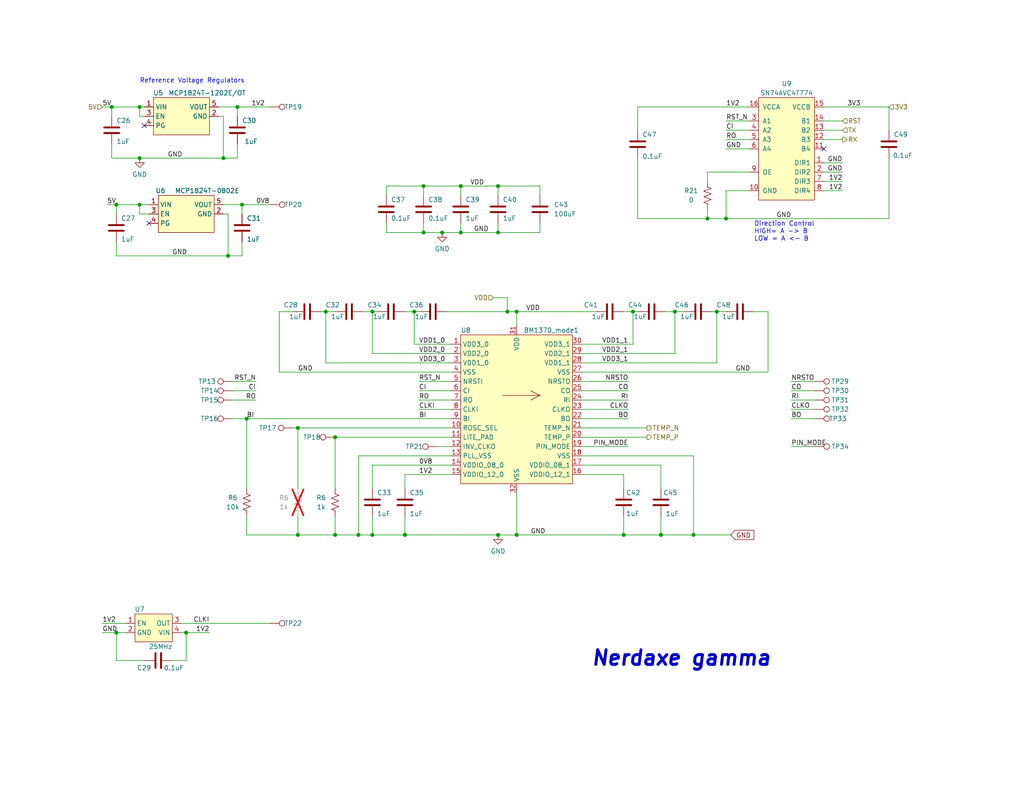
<source format=kicad_sch>
(kicad_sch (version 20231120) (generator "eeschema") (generator_version "8.0")
  (paper "A")
  (title_block (title "bitaxeGamma") (date "2024-08-16") (rev "600"))
  (lib_symbols
    (symbol "Connector:TestPoint" (pin_numbers hide) (pin_names (offset 0.762) hide)
      (property "Reference" "TP" (at 0 6.858 0))
      (property "Value" "TestPoint" (at 0 5.08 0))
      (symbol "TestPoint_0_1"
        (circle (center 0 3.302) (radius 0.762))
      )
      (symbol "TestPoint_1_1"
        (pin passive line (at 0 0 90) (length 2.54) (name "1") (number "1"))
      )
    )
    (symbol "Device:C" (pin_numbers hide) (pin_names (offset 0.254))
      (property "Reference" "C" (at 0.635 2.54 0))
      (property "Value" "C" (at 0.635 -2.54 0))
      (symbol "C_0_1"
        (polyline (pts (xy -2.032 -0.762) (xy 2.032 -0.762)) (stroke (width 0.508)))
        (polyline (pts (xy -2.032 0.762) (xy 2.032 0.762)) (stroke (width 0.508)))
      )
      (symbol "C_1_1"
        (pin passive line (at 0 3.81 270) (length 2.794) (name "~") (number "1"))
        (pin passive line (at 0 -3.81 90) (length 2.794) (name "~") (number "2"))
      )
    )
    (symbol "Device:R_US" (pin_numbers hide) (pin_names (offset 0))
      (property "Reference" "R" (at 2.54 0 90))
      (property "Value" "R_US" (at -2.54 0 90))
      (symbol "R_US_0_1"
        (polyline (pts (xy 0 -2.286) (xy 0 -2.54)))
        (polyline (pts (xy 0 2.286) (xy 0 2.54)))
        (polyline (pts (xy 0 -0.762) (xy 1.016 -1.143) (xy 0 -1.524) (xy -1.016 -1.905) (xy 0 -2.286)))
        (polyline (pts (xy 0 0.762) (xy 1.016 0.381) (xy 0 0) (xy -1.016 -0.381) (xy 0 -0.762)))
        (polyline (pts (xy 0 2.286) (xy 1.016 1.905) (xy 0 1.524) (xy -1.016 1.143) (xy 0 0.762)))
      )
      (symbol "R_US_1_1"
        (pin passive line (at 0 3.81 270) (length 1.27) (name "~") (number "1"))
        (pin passive line (at 0 -3.81 90) (length 1.27) (name "~") (number "2"))
      )
    )
    (symbol "MCP1824_1"
      (property "Reference" "U" (at -7.62 5.08 0))
      (property "Value" "MCP1824_1" (at 5.08 5.08 0))
      (symbol "MCP1824_1_0_1"
        (rectangle (start -7.62 3.81) (end 7.62 -6.35) (stroke (width 0.1524)) (fill (type background)))
      )
      (symbol "MCP1824_1_1_0"
        (pin bidirectional line (at -10.16 1.27 0) (length 2.54) (name "VIN") (number "1"))
        (pin bidirectional line (at 10.16 -1.27 180) (length 2.54) (name "GND") (number "2"))
        (pin bidirectional line (at -10.16 -1.27 0) (length 2.54) (name "EN") (number "3"))
        (pin bidirectional line (at -10.16 -3.81 0) (length 2.54) (name "PG") (number "4"))
        (pin bidirectional line (at 10.16 1.27 180) (length 2.54) (name "VOUT") (number "5"))
      )
    )
    (symbol "bitaxe:BM1370_mode1"
      (property "Reference" "U4" (at -15.24 21.59 0))
      (property "Value" "BM1370_mode1" (at 1.905 21.59 0))
      (symbol "BM1370_mode1_0_1"
        (rectangle (start -15.24 20.32) (end 15.24 -20.32) (fill (type background)))
        (polyline (pts (xy -3.81 3.81) (xy 6.35 3.81)))
        (polyline (pts (xy 3.81 2.54) (xy 6.35 3.81)))
        (polyline (pts (xy 3.81 5.08) (xy 6.35 3.81)))
      )
      (symbol "BM1370_mode1_1_1"
        (pin power_in line (at -17.78 17.78 0) (length 2.54) (name "VDD3_0") (number "1"))
        (pin unspecified line (at -17.78 -5.08 0) (length 2.54) (name "ROSC_SEL") (number "10"))
        (pin unspecified line (at -17.78 -7.62 0) (length 2.54) (name "LITE_PAD") (number "11"))
        (pin unspecified line (at -17.78 -10.16 0) (length 2.54) (name "INV_CLKO") (number "12"))
        (pin power_in line (at -17.78 -12.7 0) (length 2.54) (name "PLL_VSS") (number "13"))
        (pin power_in line (at -17.78 -15.24 0) (length 2.54) (name "VDDIO_08_0") (number "14"))
        (pin power_in line (at -17.78 -17.78 0) (length 2.54) (name "VDDIO_12_0") (number "15"))
        (pin power_in line (at 17.78 -17.78 180) (length 2.54) (name "VDDIO_12_1") (number "16"))
        (pin power_in line (at 17.78 -15.24 180) (length 2.54) (name "VDDIO_08_1") (number "17"))
        (pin power_in line (at 17.78 -12.7 180) (length 2.54) (name "VSS") (number "18"))
        (pin input line (at 17.78 -10.16 180) (length 2.54) (name "PIN_MODE") (number "19"))
        (pin power_in line (at -17.78 15.24 0) (length 2.54) (name "VDD2_0") (number "2"))
        (pin unspecified line (at 17.78 -7.62 180) (length 2.54) (name "TEMP_P") (number "20"))
        (pin unspecified line (at 17.78 -5.08 180) (length 2.54) (name "TEMP_N") (number "21"))
        (pin output line (at 17.78 -2.54 180) (length 2.54) (name "BO") (number "22"))
        (pin output line (at 17.78 0 180) (length 2.54) (name "CLKO") (number "23"))
        (pin input line (at 17.78 2.54 180) (length 2.54) (name "RI") (number "24"))
        (pin output line (at 17.78 5.08 180) (length 2.54) (name "CO") (number "25"))
        (pin output line (at 17.78 7.62 180) (length 2.54) (name "NRSTO") (number "26"))
        (pin power_in line (at 17.78 10.16 180) (length 2.54) (name "VSS") (number "27"))
        (pin power_in line (at 17.78 12.7 180) (length 2.54) (name "VDD1_1") (number "28"))
        (pin power_in line (at 17.78 15.24 180) (length 2.54) (name "VDD2_1") (number "29"))
        (pin power_in line (at -17.78 12.7 0) (length 2.54) (name "VDD1_0") (number "3"))
        (pin power_in line (at 17.78 17.78 180) (length 2.54) (name "VDD3_1") (number "30"))
        (pin power_in line (at 0 22.86 270) (length 2.54) (name "VDD") (number "31"))
        (pin power_in line (at 0 -22.86 90) (length 2.54) (name "VSS") (number "32"))
        (pin power_in line (at -17.78 10.16 0) (length 2.54) (name "VSS") (number "4"))
        (pin input line (at -17.78 7.62 0) (length 2.54) (name "NRSTI") (number "5"))
        (pin input line (at -17.78 5.08 0) (length 2.54) (name "CI") (number "6"))
        (pin output line (at -17.78 2.54 0) (length 2.54) (name "RO") (number "7"))
        (pin input line (at -17.78 0 0) (length 2.54) (name "CLKI") (number "8"))
        (pin input line (at -17.78 -2.54 0) (length 2.54) (name "BI") (number "9"))
      )
    )
    (symbol "bitaxe:MCP1824"
      (property "Reference" "U" (at -7.62 5.08 0))
      (property "Value" "MCP1824" (at 5.08 5.08 0))
      (symbol "MCP1824_0_1"
        (rectangle (start -7.62 3.81) (end 7.62 -6.35) (stroke (width 0.1524)) (fill (type background)))
      )
      (symbol "MCP1824_1_0"
        (pin bidirectional line (at -10.16 1.27 0) (length 2.54) (name "VIN") (number "1"))
        (pin bidirectional line (at 10.16 -1.27 180) (length 2.54) (name "GND") (number "2"))
        (pin bidirectional line (at -10.16 -1.27 0) (length 2.54) (name "EN") (number "3"))
        (pin bidirectional line (at -10.16 -3.81 0) (length 2.54) (name "PG") (number "4"))
        (pin bidirectional line (at 10.16 1.27 180) (length 2.54) (name "VOUT") (number "5"))
      )
    )
    (symbol "bitaxe:SN74AVC4T774" (pin_names (offset 1.016))
      (property "Reference" "U" (at -6.35 12.7 0))
      (property "Value" "SN74AVC4T774" (at -7.62 -19.05 0))
      (symbol "SN74AVC4T774_0_0"
        (rectangle (start -7.62 11.43) (end 7.62 -16.51) (stroke (width 0.1524)) (fill (type background)))
      )
      (symbol "SN74AVC4T774_1_0"
        (pin input line (at 10.16 -6.35 180) (length 2.54) (name "DIR1") (number "1"))
        (pin power_in line (at -10.16 -13.97 0) (length 2.54) (name "GND") (number "10"))
        (pin bidirectional line (at 10.16 -2.54 180) (length 2.54) (name "B4") (number "11"))
        (pin bidirectional line (at 10.16 0 180) (length 2.54) (name "B3") (number "12"))
        (pin bidirectional line (at 10.16 2.54 180) (length 2.54) (name "B2") (number "13"))
        (pin bidirectional line (at 10.16 5.08 180) (length 2.54) (name "B1") (number "14"))
        (pin power_in line (at 10.16 8.89 180) (length 2.54) (name "VCCB") (number "15"))
        (pin power_in line (at -10.16 8.89 0) (length 2.54) (name "VCCA") (number "16"))
        (pin input line (at 10.16 -8.89 180) (length 2.54) (name "DIR2") (number "2"))
        (pin bidirectional line (at -10.16 5.08 0) (length 2.54) (name "A1") (number "3"))
        (pin bidirectional line (at -10.16 2.54 0) (length 2.54) (name "A2") (number "4"))
        (pin bidirectional line (at -10.16 0 0) (length 2.54) (name "A3") (number "5"))
        (pin bidirectional line (at -10.16 -2.54 0) (length 2.54) (name "A4") (number "6"))
        (pin input line (at 10.16 -11.43 180) (length 2.54) (name "DIR3") (number "7"))
        (pin input line (at 10.16 -13.97 180) (length 2.54) (name "DIR4") (number "8"))
        (pin input line (at -10.16 -8.89 0) (length 2.54) (name "OE") (number "9"))
      )
    )
    (symbol "bitaxe:oscillator"
      (property "Reference" "U" (at -3.81 5.08 0))
      (property "Value" "oscillator" (at 0 -5.08 0))
      (symbol "oscillator_0_1"
        (rectangle (start -5.08 3.81) (end 5.08 -3.81) (stroke (width 0.1524)) (fill (type background)))
      )
      (symbol "oscillator_1_0"
        (pin bidirectional line (at -7.62 1.27 0) (length 2.54) (name "EN") (number "1"))
        (pin bidirectional line (at -7.62 -1.27 0) (length 2.54) (name "GND") (number "2"))
        (pin bidirectional line (at 7.62 1.27 180) (length 2.54) (name "OUT") (number "3"))
        (pin bidirectional line (at 7.62 -1.27 180) (length 2.54) (name "VIN") (number "4"))
      )
    )
    (symbol "power:GND" (power) (pin_names (offset 0))
      (property "Value" "GND" (at 0 -3.81 0))
      (symbol "GND_0_1"
        (polyline (pts (xy 0 0) (xy 0 -1.27) (xy 1.27 -1.27) (xy 0 -2.54) (xy -1.27 -1.27) (xy 0 -1.27)))
      )
      (symbol "GND_1_1"
        (pin power_in line (at 0 0 270) (length 0) hide (name "GND") (number "1"))
      )
    )
  )
  (junction (at 180.34 146.05))
  (junction (at 184.15 85.09))
  (junction (at 115.57 63.5) (diameter 0.9144))
  (junction (at 38.1 43.18))
  (junction (at 67.31 114.3))
  (junction (at 30.48 29.21) (diameter 0.9144))
  (junction (at 125.73 50.8) (diameter 0.9144))
  (junction (at 135.89 50.8))
  (junction (at 38.1 55.88))
  (junction (at 135.89 63.5))
  (junction (at 81.28 116.84))
  (junction (at 120.65 63.5))
  (junction (at 62.23 69.85) (diameter 0.9144))
  (junction (at 101.6 85.09))
  (junction (at 101.6 146.05))
  (junction (at 91.44 119.38))
  (junction (at 113.03 85.09))
  (junction (at 97.79 146.05))
  (junction (at 110.49 146.05))
  (junction (at 64.77 29.21) (diameter 0.9144))
  (junction (at 189.23 146.05))
  (junction (at 50.8 172.72))
  (junction (at 138.43 85.09))
  (junction (at 135.89 146.05))
  (junction (at 91.44 146.05))
  (junction (at 31.75 55.88) (diameter 0.9144))
  (junction (at 125.73 63.5) (diameter 0.9144))
  (junction (at 198.12 59.69))
  (junction (at 170.18 146.05))
  (junction (at 172.72 85.09))
  (junction (at 81.28 146.05))
  (junction (at 60.96 43.18) (diameter 0.9144))
  (junction (at 195.58 85.09))
  (junction (at 38.1 29.21))
  (junction (at 88.9 85.09))
  (junction (at 193.04 59.69))
  (junction (at 140.97 85.09))
  (junction (at 31.75 172.72))
  (junction (at 115.57 50.8) (diameter 0.9144))
  (junction (at 140.97 146.05))
  (junction (at 66.04 55.88) (diameter 0.9144))
  (no_connect (at 40.64 60.96))
  (no_connect (at 224.79 40.64))
  (no_connect (at 39.37 34.29))
  (wire (pts (xy 31.75 180.34) (xy 31.75 172.72)))
  (wire (pts (xy 180.34 146.05) (xy 189.23 146.05)))
  (wire (pts (xy 101.6 127) (xy 123.19 127)))
  (wire (pts (xy 105.41 60.96) (xy 105.41 63.5)))
  (wire (pts (xy 110.49 129.54) (xy 110.49 133.35)))
  (wire (pts (xy 242.57 29.21) (xy 242.57 35.56)))
  (wire (pts (xy 88.9 99.06) (xy 88.9 85.09)))
  (wire (pts (xy 198.12 59.69) (xy 242.57 59.69)))
  (wire (pts (xy 140.97 134.62) (xy 140.97 146.05)))
  (wire (pts (xy 134.62 81.28) (xy 138.43 81.28)))
  (wire (pts (xy 91.44 140.97) (xy 91.44 146.05)))
  (wire (pts (xy 215.9 114.3) (xy 222.25 114.3)))
  (wire (pts (xy 125.73 53.34) (xy 125.73 50.8)))
  (wire (pts (xy 115.57 63.5) (xy 105.41 63.5)))
  (wire (pts (xy 195.58 99.06) (xy 195.58 85.09)))
  (wire (pts (xy 198.12 52.07) (xy 198.12 59.69)))
  (wire (pts (xy 114.3 104.14) (xy 123.19 104.14)))
  (wire (pts (xy 110.49 85.09) (xy 113.03 85.09)))
  (wire (pts (xy 113.03 85.09) (xy 114.3 85.09)))
  (wire (pts (xy 158.75 121.92) (xy 171.45 121.92)))
  (wire (pts (xy 64.77 39.37) (xy 64.77 43.18)))
  (wire (pts (xy 158.75 124.46) (xy 189.23 124.46)))
  (wire (pts (xy 158.75 93.98) (xy 172.72 93.98)))
  (wire (pts (xy 81.28 146.05) (xy 91.44 146.05)))
  (wire (pts (xy 60.96 31.75) (xy 59.69 31.75)))
  (wire (pts (xy 31.75 55.88) (xy 38.1 55.88)))
  (wire (pts (xy 158.75 104.14) (xy 171.45 104.14)))
  (wire (pts (xy 88.9 85.09) (xy 91.44 85.09)))
  (wire (pts (xy 101.6 127) (xy 101.6 133.35)))
  (wire (pts (xy 76.2 101.6) (xy 76.2 85.09)))
  (wire (pts (xy 101.6 146.05) (xy 110.49 146.05)))
  (wire (pts (xy 162.56 85.09) (xy 140.97 85.09)))
  (wire (pts (xy 184.15 85.09) (xy 186.69 85.09)))
  (wire (pts (xy 46.99 180.34) (xy 50.8 180.34)))
  (wire (pts (xy 209.55 85.09) (xy 205.74 85.09)))
  (wire (pts (xy 115.57 53.34) (xy 115.57 50.8)))
  (wire (pts (xy 189.23 124.46) (xy 189.23 146.05)))
  (wire (pts (xy 99.06 85.09) (xy 101.6 85.09)))
  (wire (pts (xy 62.23 58.42) (xy 60.96 58.42)))
  (wire (pts (xy 135.89 60.96) (xy 135.89 63.5)))
  (wire (pts (xy 193.04 59.69) (xy 193.04 57.15)))
  (wire (pts (xy 242.57 43.18) (xy 242.57 59.69)))
  (wire (pts (xy 180.34 127) (xy 180.34 133.35)))
  (wire (pts (xy 64.77 43.18) (xy 60.96 43.18)))
  (wire (pts (xy 31.75 66.04) (xy 31.75 69.85)))
  (wire (pts (xy 158.75 109.22) (xy 171.45 109.22)))
  (wire (pts (xy 172.72 93.98) (xy 172.72 85.09)))
  (wire (pts (xy 50.8 172.72) (xy 57.15 172.72)))
  (wire (pts (xy 147.32 60.96) (xy 147.32 63.5)))
  (wire (pts (xy 158.75 96.52) (xy 184.15 96.52)))
  (wire (pts (xy 31.75 55.88) (xy 31.75 58.42)))
  (wire (pts (xy 67.31 140.97) (xy 67.31 146.05)))
  (wire (pts (xy 209.55 101.6) (xy 209.55 85.09)))
  (wire (pts (xy 62.23 69.85) (xy 31.75 69.85)))
  (wire (pts (xy 66.04 66.04) (xy 66.04 69.85)))
  (wire (pts (xy 224.79 35.56) (xy 229.87 35.56)))
  (wire (pts (xy 66.04 55.88) (xy 73.66 55.88)))
  (wire (pts (xy 215.9 106.68) (xy 222.25 106.68)))
  (wire (pts (xy 81.28 140.97) (xy 81.28 146.05)))
  (wire (pts (xy 50.8 180.34) (xy 50.8 172.72)))
  (wire (pts (xy 135.89 50.8) (xy 147.32 50.8)))
  (wire (pts (xy 113.03 93.98) (xy 123.19 93.98)))
  (wire (pts (xy 66.04 69.85) (xy 62.23 69.85)))
  (wire (pts (xy 67.31 114.3) (xy 123.19 114.3)))
  (wire (pts (xy 38.1 58.42) (xy 38.1 55.88)))
  (wire (pts (xy 114.3 106.68) (xy 123.19 106.68)))
  (wire (pts (xy 30.48 39.37) (xy 30.48 43.18)))
  (wire (pts (xy 38.1 29.21) (xy 39.37 29.21)))
  (wire (pts (xy 115.57 60.96) (xy 115.57 63.5)))
  (wire (pts (xy 121.92 85.09) (xy 138.43 85.09)))
  (wire (pts (xy 120.65 63.5) (xy 115.57 63.5)))
  (wire (pts (xy 62.23 58.42) (xy 62.23 69.85)))
  (wire (pts (xy 87.63 85.09) (xy 88.9 85.09)))
  (wire (pts (xy 91.44 119.38) (xy 91.44 133.35)))
  (wire (pts (xy 158.75 99.06) (xy 195.58 99.06)))
  (wire (pts (xy 123.19 101.6) (xy 76.2 101.6)))
  (wire (pts (xy 101.6 96.52) (xy 123.19 96.52)))
  (wire (pts (xy 81.28 116.84) (xy 123.19 116.84)))
  (wire (pts (xy 88.9 99.06) (xy 123.19 99.06)))
  (wire (pts (xy 138.43 81.28) (xy 138.43 85.09)))
  (wire (pts (xy 158.75 127) (xy 180.34 127)))
  (wire (pts (xy 38.1 31.75) (xy 39.37 31.75)))
  (wire (pts (xy 97.79 124.46) (xy 97.79 146.05)))
  (wire (pts (xy 215.9 121.92) (xy 222.25 121.92)))
  (wire (pts (xy 125.73 60.96) (xy 125.73 63.5)))
  (wire (pts (xy 224.79 38.1) (xy 229.87 38.1)))
  (wire (pts (xy 81.28 146.05) (xy 67.31 146.05)))
  (wire (pts (xy 181.61 85.09) (xy 184.15 85.09)))
  (wire (pts (xy 31.75 172.72) (xy 34.29 172.72)))
  (wire (pts (xy 193.04 46.99) (xy 193.04 49.53)))
  (wire (pts (xy 224.79 46.99) (xy 229.87 46.99)))
  (wire (pts (xy 158.75 129.54) (xy 170.18 129.54)))
  (wire (pts (xy 101.6 140.97) (xy 101.6 146.05)))
  (wire (pts (xy 158.75 114.3) (xy 171.45 114.3)))
  (wire (pts (xy 215.9 111.76) (xy 222.25 111.76)))
  (wire (pts (xy 224.79 29.21) (xy 242.57 29.21)))
  (wire (pts (xy 158.75 106.68) (xy 171.45 106.68)))
  (wire (pts (xy 38.1 55.88) (xy 40.64 55.88)))
  (wire (pts (xy 158.75 101.6) (xy 209.55 101.6)))
  (wire (pts (xy 198.12 35.56) (xy 204.47 35.56)))
  (wire (pts (xy 60.96 31.75) (xy 60.96 43.18)))
  (wire (pts (xy 110.49 129.54) (xy 123.19 129.54)))
  (wire (pts (xy 110.49 140.97) (xy 110.49 146.05)))
  (wire (pts (xy 204.47 46.99) (xy 193.04 46.99)))
  (wire (pts (xy 105.41 53.34) (xy 105.41 50.8)))
  (wire (pts (xy 60.96 55.88) (xy 66.04 55.88)))
  (wire (pts (xy 63.5 106.68) (xy 69.85 106.68)))
  (wire (pts (xy 170.18 140.97) (xy 170.18 146.05)))
  (wire (pts (xy 198.12 33.02) (xy 204.47 33.02)))
  (wire (pts (xy 195.58 85.09) (xy 198.12 85.09)))
  (wire (pts (xy 170.18 85.09) (xy 172.72 85.09)))
  (wire (pts (xy 30.48 29.21) (xy 38.1 29.21)))
  (wire (pts (xy 27.94 29.21) (xy 30.48 29.21)))
  (wire (pts (xy 224.79 44.45) (xy 229.87 44.45)))
  (wire (pts (xy 158.75 116.84) (xy 176.53 116.84)))
  (wire (pts (xy 30.48 29.21) (xy 30.48 31.75)))
  (wire (pts (xy 27.94 170.18) (xy 34.29 170.18)))
  (wire (pts (xy 125.73 63.5) (xy 120.65 63.5)))
  (wire (pts (xy 123.19 119.38) (xy 91.44 119.38)))
  (wire (pts (xy 38.1 58.42) (xy 40.64 58.42)))
  (wire (pts (xy 119.38 121.92) (xy 123.19 121.92)))
  (wire (pts (xy 173.99 43.18) (xy 173.99 59.69)))
  (wire (pts (xy 101.6 96.52) (xy 101.6 85.09)))
  (wire (pts (xy 173.99 29.21) (xy 204.47 29.21)))
  (wire (pts (xy 29.21 55.88) (xy 31.75 55.88)))
  (wire (pts (xy 224.79 33.02) (xy 229.87 33.02)))
  (wire (pts (xy 224.79 49.53) (xy 229.87 49.53)))
  (wire (pts (xy 101.6 85.09) (xy 102.87 85.09)))
  (wire (pts (xy 189.23 146.05) (xy 199.39 146.05)))
  (wire (pts (xy 115.57 50.8) (xy 125.73 50.8)))
  (wire (pts (xy 59.69 29.21) (xy 64.77 29.21)))
  (wire (pts (xy 173.99 59.69) (xy 193.04 59.69)))
  (wire (pts (xy 49.53 172.72) (xy 50.8 172.72)))
  (wire (pts (xy 76.2 85.09) (xy 80.01 85.09)))
  (wire (pts (xy 215.9 109.22) (xy 222.25 109.22)))
  (wire (pts (xy 170.18 129.54) (xy 170.18 133.35)))
  (wire (pts (xy 97.79 146.05) (xy 101.6 146.05)))
  (wire (pts (xy 198.12 38.1) (xy 204.47 38.1)))
  (wire (pts (xy 114.3 109.22) (xy 123.19 109.22)))
  (wire (pts (xy 194.31 85.09) (xy 195.58 85.09)))
  (wire (pts (xy 27.94 172.72) (xy 31.75 172.72)))
  (wire (pts (xy 158.75 119.38) (xy 176.53 119.38)))
  (wire (pts (xy 198.12 40.64) (xy 204.47 40.64)))
  (wire (pts (xy 64.77 29.21) (xy 64.77 31.75)))
  (wire (pts (xy 38.1 43.18) (xy 30.48 43.18)))
  (wire (pts (xy 135.89 53.34) (xy 135.89 50.8)))
  (wire (pts (xy 67.31 114.3) (xy 67.31 133.35)))
  (wire (pts (xy 170.18 146.05) (xy 180.34 146.05)))
  (wire (pts (xy 140.97 85.09) (xy 140.97 88.9)))
  (wire (pts (xy 113.03 85.09) (xy 113.03 93.98)))
  (wire (pts (xy 140.97 146.05) (xy 170.18 146.05)))
  (wire (pts (xy 198.12 59.69) (xy 193.04 59.69)))
  (wire (pts (xy 66.04 55.88) (xy 66.04 58.42)))
  (wire (pts (xy 147.32 53.34) (xy 147.32 50.8)))
  (wire (pts (xy 64.77 29.21) (xy 73.66 29.21)))
  (wire (pts (xy 110.49 146.05) (xy 135.89 146.05)))
  (wire (pts (xy 38.1 31.75) (xy 38.1 29.21)))
  (wire (pts (xy 114.3 111.76) (xy 123.19 111.76)))
  (wire (pts (xy 173.99 29.21) (xy 173.99 35.56)))
  (wire (pts (xy 224.79 52.07) (xy 229.87 52.07)))
  (wire (pts (xy 135.89 146.05) (xy 140.97 146.05)))
  (wire (pts (xy 123.19 124.46) (xy 97.79 124.46)))
  (wire (pts (xy 81.28 116.84) (xy 81.28 133.35)))
  (wire (pts (xy 125.73 50.8) (xy 135.89 50.8)))
  (wire (pts (xy 172.72 85.09) (xy 173.99 85.09)))
  (wire (pts (xy 215.9 104.14) (xy 222.25 104.14)))
  (wire (pts (xy 63.5 109.22) (xy 69.85 109.22)))
  (wire (pts (xy 91.44 146.05) (xy 97.79 146.05)))
  (wire (pts (xy 105.41 50.8) (xy 115.57 50.8)))
  (wire (pts (xy 39.37 180.34) (xy 31.75 180.34)))
  (wire (pts (xy 204.47 52.07) (xy 198.12 52.07)))
  (wire (pts (xy 184.15 96.52) (xy 184.15 85.09)))
  (wire (pts (xy 158.75 111.76) (xy 171.45 111.76)))
  (wire (pts (xy 135.89 63.5) (xy 125.73 63.5)))
  (wire (pts (xy 63.5 114.3) (xy 67.31 114.3)))
  (wire (pts (xy 49.53 170.18) (xy 73.66 170.18)))
  (wire (pts (xy 80.01 116.84) (xy 81.28 116.84)))
  (wire (pts (xy 63.5 104.14) (xy 69.85 104.14)))
  (wire (pts (xy 138.43 85.09) (xy 140.97 85.09)))
  (wire (pts (xy 180.34 140.97) (xy 180.34 146.05)))
  (wire (pts (xy 60.96 43.18) (xy 38.1 43.18)))
  (wire (pts (xy 135.89 63.5) (xy 147.32 63.5)))
  (text "Reference Voltage Regulators" (at 38.1 22.86 0) (effects (font (size 1.27 1.27)) (justify left bottom)))
  (text "Direction Control\nHIGH= A -> B\nLOW = A <- B" (at 205.74 66.04 0) (effects (font (size 1.27 1.27)) (justify left bottom)))
  (text "Nerdaxe gamma" (at 185.928 179.832 0) (effects (font (size 4 4) (thickness 0.8) (bold yes) (italic yes))))
  (label "GND" (at 45.72 43.18 0))
  (label "RST_N" (at 69.85 104.14 180))
  (label "GND" (at 229.87 46.99 180))
  (label "1V2" (at 114.3 129.54 0))
  (label "1V2" (at 68.58 29.21 0))
  (label "BI" (at 67.31 114.3 0))
  (label "GND" (at 27.94 172.72 0))
  (label "CLKO" (at 171.45 111.76 180))
  (label "RST_N" (at 114.3 104.14 0))
  (label "5V" (at 29.21 55.88 0))
  (label "RO" (at 114.3 109.22 0))
  (label "0V8" (at 69.85 55.88 0))
  (label "CO" (at 215.9 106.68 0))
  (label "GND" (at 144.78 146.05 0))
  (label "BO" (at 215.9 114.3 0))
  (label "GND" (at 198.12 40.64 0))
  (label "5V" (at 27.94 29.21 0))
  (label "CI" (at 198.12 35.56 0))
  (label "PIN_MODE" (at 215.9 121.92 0))
  (label "1V2" (at 229.87 49.53 180))
  (label "CI" (at 69.85 106.68 180))
  (label "1V2" (at 27.94 170.18 0))
  (label "RO" (at 198.12 38.1 0))
  (label "NRSTO" (at 215.9 104.14 0))
  (label "PIN_MODE" (at 171.45 121.92 180))
  (label "0V8" (at 114.3 127 0))
  (label "GND" (at 46.99 69.85 0))
  (label "VDD3_1" (at 171.45 99.06 180))
  (label "VDD2_1" (at 171.45 96.52 180))
  (label "RI" (at 215.9 109.22 0))
  (label "RST_N" (at 198.12 33.02 0))
  (label "CLKI" (at 114.3 111.76 0))
  (label "1V2" (at 198.12 29.21 0))
  (label "CO" (at 171.45 106.68 180))
  (label "VDD1_0" (at 114.3 93.98 0))
  (label "VDD3_0" (at 114.3 99.06 0))
  (label "CLKO" (at 215.9 111.76 0))
  (label "CLKI" (at 57.15 170.18 180))
  (label "3V3" (at 231.14 29.21 0))
  (label "RO" (at 69.85 109.22 180))
  (label "VDD1_1" (at 171.45 93.98 180))
  (label "GND" (at 81.28 101.6 0))
  (label "VDD" (at 143.51 85.09 0))
  (label "BO" (at 171.45 114.3 180))
  (label "GND" (at 215.9 59.69 180))
  (label "RI" (at 171.45 109.22 180))
  (label "1V2" (at 57.15 172.72 180))
  (label "VDD2_0" (at 114.3 96.52 0))
  (label "NRSTO" (at 171.45 104.14 180))
  (label "GND" (at 200.66 101.6 0))
  (label "GND" (at 133.35 63.5 180))
  (label "GND" (at 229.87 44.45 180))
  (label "CI" (at 114.3 106.68 0))
  (label "VDD" (at 128.27 50.8 0))
  (label "BI" (at 114.3 114.3 0))
  (label "1V2" (at 229.87 52.07 180))
  (global_label "GND" (shape input) (at 199.39 146.05 0) (property "Intersheetrefs" "${INTERSHEET_REFS}" (effects (hide yes))))
  (hierarchical_label "5V" (shape input) (at 27.94 29.21 180))
  (hierarchical_label "TEMP_N" (shape output) (at 176.53 116.84 0))
  (hierarchical_label "3V3" (shape input) (at 242.57 29.21 0))
  (hierarchical_label "TX" (shape input) (at 229.87 35.56 0))
  (hierarchical_label "RX" (shape output) (at 229.87 38.1 0))
  (hierarchical_label "VDD" (shape input) (at 134.62 81.28 180))
  (hierarchical_label "RST" (shape input) (at 229.87 33.02 0))
  (hierarchical_label "TEMP_P" (shape output) (at 176.53 119.38 0))
  (symbol (lib_id "Device:C") (at 64.77 35.56 0) (unit 1)
    (property "Reference" "C30" (at 66.04 33.655 0) (effects (justify left bottom)))
    (property "Value" "1uF" (at 66.675 39.37 0) (effects (justify left bottom)))
    (property "Footprint" "Capacitor_SMD:C_0402_1005Metric" (effects (hide yes)))
    (property "DK" "587-5514-1-ND" (effects (hide yes)))
    (property "PARTNO" "EMK105BJ105MV-F" (effects (hide yes)))
  )
  (symbol (lib_id "Device:C") (at 30.48 35.56 0) (unit 1)
    (property "Reference" "C26" (at 31.75 33.655 0) (effects (justify left bottom)))
    (property "Value" "1uF" (at 31.75 39.37 0) (effects (justify left bottom)))
    (property "Footprint" "Capacitor_SMD:C_0402_1005Metric" (effects (hide yes)))
    (property "DK" "587-5514-1-ND" (effects (hide yes)))
    (property "PARTNO" "EMK105BJ105MV-F" (effects (hide yes)))
  )
  (symbol (lib_id "Device:C") (at 125.73 57.15 0) (unit 1)
    (property "Reference" "C39" (at 127 55.245 0) (effects (justify left bottom)))
    (property "Value" "1uF" (at 127 60.325 0) (effects (justify left bottom)))
    (property "Footprint" "Capacitor_SMD:C_0402_1005Metric" (effects (hide yes)))
    (property "DK" "587-5514-1-ND" (effects (hide yes)))
    (property "PARTNO" "EMK105BJ105MV-F" (effects (hide yes)))
  )
  (symbol (lib_id "Device:C") (at 118.11 85.09 90) (unit 1)
    (property "Reference" "C36" (at 115.57 82.55 90) (effects (justify left bottom)))
    (property "Value" "1uF" (at 116.84 85.725 90) (effects (justify left bottom)))
    (property "Footprint" "Capacitor_SMD:C_0402_1005Metric" (effects (hide yes)))
    (property "DK" "587-5514-1-ND" (effects (hide yes)))
    (property "PARTNO" "EMK105BJ105MV-F" (effects (hide yes)))
  )
  (symbol (lib_id "Connector:TestPoint") (at 222.25 114.3 270) (unit 1) (in_bom no)
    (property "Reference" "TP33" (at 228.6 114.3 90))
    (property "Value" "TestPoint" (effects (hide yes)))
    (property "Footprint" "TestPoint:TestPoint_Pad_D1.5mm" (effects (hide yes)))
  )
  (symbol (lib_id "Device:C") (at 115.57 57.15 0) (unit 1)
    (property "Reference" "C38" (at 116.84 55.245 0) (effects (justify left bottom)))
    (property "Value" "0.1uF" (at 116.84 60.325 0) (effects (justify left bottom)))
    (property "Footprint" "Capacitor_SMD:C_0402_1005Metric" (effects (hide yes)))
    (property "DK" "1276-1234-1-ND" (effects (hide yes)))
    (property "PARTNO" "CL05A104KO5NNNC" (effects (hide yes)))
  )
  (symbol (lib_id "Connector:TestPoint") (at 222.25 109.22 270) (unit 1) (in_bom no)
    (property "Reference" "TP31" (at 229.235 109.22 90))
    (property "Value" "TestPoint" (effects (hide yes)))
    (property "Footprint" "TestPoint:TestPoint_Pad_D1.5mm" (effects (hide yes)))
  )
  (symbol (lib_id "Connector:TestPoint") (at 222.25 111.76 270) (unit 1) (in_bom no)
    (property "Reference" "TP32" (at 229.235 111.76 90))
    (property "Value" "TestPoint" (effects (hide yes)))
    (property "Footprint" "TestPoint:TestPoint_Pad_D1.5mm" (effects (hide yes)))
  )
  (symbol (lib_id "Device:C") (at 190.5 85.09 90) (unit 1)
    (property "Reference" "C46" (at 187.96 82.55 90) (effects (justify left bottom)))
    (property "Value" "1uF" (at 189.23 85.725 90) (effects (justify left bottom)))
    (property "Footprint" "Capacitor_SMD:C_0402_1005Metric" (effects (hide yes)))
    (property "DK" "587-5514-1-ND" (effects (hide yes)))
    (property "PARTNO" "EMK105BJ105MV-F" (effects (hide yes)))
  )
  (symbol (lib_id "Device:C") (at 201.93 85.09 90) (unit 1)
    (property "Reference" "C48" (at 199.39 82.55 90) (effects (justify left bottom)))
    (property "Value" "1uF" (at 200.66 85.725 90) (effects (justify left bottom)))
    (property "Footprint" "Capacitor_SMD:C_0402_1005Metric" (effects (hide yes)))
    (property "DK" "587-5514-1-ND" (effects (hide yes)))
    (property "PARTNO" "EMK105BJ105MV-F" (effects (hide yes)))
  )
  (symbol (lib_id "Device:C") (at 43.18 180.34 90) (unit 1)
    (property "Reference" "C29" (at 41.275 181.61 90) (effects (justify left bottom)))
    (property "Value" "0.1uF" (at 50.165 181.61 90) (effects (justify left bottom)))
    (property "Footprint" "Capacitor_SMD:C_0402_1005Metric" (effects (hide yes)))
    (property "DK" "1276-1234-1-ND" (effects (hide yes)))
    (property "PARTNO" "CL05A104KO5NNNC" (effects (hide yes)))
  )
  (symbol (lib_id "power:GND") (at 135.89 146.05 0) (mirror y) (unit 1)
    (property "Reference" "#PWR02" (effects (hide yes)))
    (property "Value" "GND" (at 135.89 150.495 0))
  )
  (symbol (lib_id "Device:C") (at 105.41 57.15 0) (unit 1)
    (property "Reference" "C37" (at 106.68 55.245 0) (effects (justify left bottom)))
    (property "Value" "0.1uF" (at 106.68 60.325 0) (effects (justify left bottom)))
    (property "Footprint" "Capacitor_SMD:C_0402_1005Metric" (effects (hide yes)))
    (property "DK" "1276-1234-1-ND" (effects (hide yes)))
    (property "PARTNO" "CL05A104KO5NNNC" (effects (hide yes)))
  )
  (symbol (lib_id "Device:C") (at 177.8 85.09 90) (unit 1)
    (property "Reference" "C44" (at 175.26 82.55 90) (effects (justify left bottom)))
    (property "Value" "1uF" (at 176.53 85.725 90) (effects (justify left bottom)))
    (property "Footprint" "Capacitor_SMD:C_0402_1005Metric" (effects (hide yes)))
    (property "DK" "587-5514-1-ND" (effects (hide yes)))
    (property "PARTNO" "EMK105BJ105MV-F" (effects (hide yes)))
  )
  (symbol (lib_id "Device:R_US") (at 193.04 53.34 180) (unit 1)
    (property "Reference" "R21" (at 188.595 52.07 0))
    (property "Value" "0" (at 188.595 54.61 0))
    (property "Footprint" "Resistor_SMD:R_0402_1005Metric" (effects (hide yes)))
    (property "DK" "311-20.0KLRCT-ND" (effects (hide yes)))
    (property "PARTNO" "RC0402FR-0720KL" (effects (hide yes)))
  )
  (symbol (lib_id "Device:R_US") (at 81.28 137.16 180) (unit 1) (dnp yes)
    (property "Reference" "R6" (at 77.47 135.89 0))
    (property "Value" "1k" (at 77.47 138.43 0))
    (property "Footprint" "Resistor_SMD:R_0402_1005Metric" (effects (hide yes)))
    (property "DK" "311-1.00KLRCT-ND" (effects (hide yes)))
    (property "PARTNO" "RC0402FR-071KL" (effects (hide yes)))
  )
  (symbol (lib_id "Device:C") (at 101.6 137.16 0) (unit 1)
    (property "Reference" "C33" (at 102.87 135.255 0) (effects (justify left bottom)))
    (property "Value" "1uF" (at 102.87 140.97 0) (effects (justify left bottom)))
    (property "Footprint" "Capacitor_SMD:C_0402_1005Metric" (effects (hide yes)))
    (property "DK" "587-5514-1-ND" (effects (hide yes)))
    (property "PARTNO" "EMK105BJ105MV-F" (effects (hide yes)))
  )
  (symbol (lib_id "Connector:TestPoint") (at 73.66 55.88 270) (mirror x) (unit 1) (in_bom no)
    (property "Reference" "TP20" (at 80.01 55.88 90))
    (property "Value" "TestPoint" (effects (hide yes)))
    (property "Footprint" "TestPoint:TestPoint_Pad_D1.5mm" (effects (hide yes)))
  )
  (symbol (lib_id "Device:C") (at 166.37 85.09 90) (unit 1)
    (property "Reference" "C41" (at 163.195 82.55 90) (effects (justify left bottom)))
    (property "Value" "1uF" (at 165.1 85.725 90) (effects (justify left bottom)))
    (property "Footprint" "Capacitor_SMD:C_0402_1005Metric" (effects (hide yes)))
    (property "DK" "587-5514-1-ND" (effects (hide yes)))
    (property "PARTNO" "EMK105BJ105MV-F" (effects (hide yes)))
  )
  (symbol (lib_id "Device:R_US") (at 91.44 137.16 180) (unit 1)
    (property "Reference" "R6" (at 87.63 135.89 0))
    (property "Value" "1k" (at 87.63 138.43 0))
    (property "Footprint" "Resistor_SMD:R_0402_1005Metric" (effects (hide yes)))
    (property "DK" "311-1.00KLRCT-ND" (effects (hide yes)))
    (property "PARTNO" "RC0402FR-071KL" (effects (hide yes)))
  )
  (symbol (lib_id "Device:C") (at 242.57 39.37 0) (unit 1)
    (property "Reference" "C49" (at 243.84 37.465 0) (effects (justify left bottom)))
    (property "Value" "0.1uF" (at 243.586 43.18 0) (effects (justify left bottom)))
    (property "Footprint" "Capacitor_SMD:C_0402_1005Metric" (effects (hide yes)))
    (property "DK" "1276-1234-1-ND" (effects (hide yes)))
    (property "PARTNO" "CL05A104KO5NNNC" (effects (hide yes)))
  )
  (symbol (lib_id "bitaxe:SN74AVC4T774") (at 214.63 38.1 0) (unit 1)
    (property "Reference" "U9" (at 214.63 22.86 0))
    (property "Value" "SN74AVC4T774" (at 214.63 25.4 0))
    (property "Footprint" "Package_SO:TSSOP-16_4.4x5mm_P0.65mm" (effects (hide yes)))
    (property "Datasheet" "https://www.ti.com/lit/ds/symlink/sn74avc4t774.pdf" (effects (hide yes)))
    (property "DK" "296-24739-1-ND" (effects (hide yes)))
    (property "PARTNO" "SN74AVC4T774PWR" (effects (hide yes)))
  )
  (symbol (lib_id "Device:C") (at 147.32 57.15 0) (unit 1)
    (property "Reference" "C43" (at 151.13 55.8799 0) (effects (justify left)))
    (property "Value" "100uF" (at 151.13 58.4199 0) (effects (justify left)))
    (property "Footprint" "Capacitor_SMD:C_1206_3216Metric" (effects (hide yes)))
    (property "Description" "Unpolarized capacitor" (effects (hide yes)))
    (property "DK" "1276-1782-1-ND" (effects (hide yes)))
    (property "PARTNO" "CL31A107MQHNNNE" (effects (hide yes)))
  )
  (symbol (lib_name "MCP1824_1") (lib_id "bitaxe:MCP1824") (at 50.8 57.15 0) (unit 1)
    (property "Reference" "U6" (at 43.815 52.07 0))
    (property "Value" "MCP1824T-0802E" (at 56.515 52.07 0))
    (property "Footprint" "Package_TO_SOT_SMD:SOT-23-5" (effects (hide yes)))
    (property "Datasheet" "https://ww1.microchip.com/downloads/en/DeviceDoc/22070a.pdf" (effects (hide yes)))
    (property "PARTNO" "MCP1824T-0802E/OT" (effects (hide yes)))
    (property "DK" "MCP1824T-0802E/OTCT-ND" (effects (hide yes)))
  )
  (symbol (lib_id "Connector:TestPoint") (at 91.44 119.38 90) (unit 1) (in_bom no)
    (property "Reference" "TP18" (at 85.09 119.38 90))
    (property "Value" "TestPoint" (effects (hide yes)))
    (property "Footprint" "TestPoint:TestPoint_Pad_D1.5mm" (effects (hide yes)))
  )
  (symbol (lib_id "Connector:TestPoint") (at 119.38 121.92 90) (unit 1) (in_bom no)
    (property "Reference" "TP21" (at 113.03 121.92 90))
    (property "Value" "TestPoint" (effects (hide yes)))
    (property "Footprint" "TestPoint:TestPoint_Pad_D1.5mm" (effects (hide yes)))
  )
  (symbol (lib_id "Device:C") (at 83.82 85.09 90) (unit 1)
    (property "Reference" "C28" (at 81.28 82.55 90) (effects (justify left bottom)))
    (property "Value" "1uF" (at 82.55 85.725 90) (effects (justify left bottom)))
    (property "Footprint" "Capacitor_SMD:C_0402_1005Metric" (effects (hide yes)))
    (property "DK" "587-5514-1-ND" (effects (hide yes)))
    (property "PARTNO" "EMK105BJ105MV-F" (effects (hide yes)))
  )
  (symbol (lib_id "power:GND") (at 120.65 63.5 0) (mirror y) (unit 1)
    (property "Reference" "#PWR03" (effects (hide yes)))
    (property "Value" "GND" (at 120.65 67.945 0))
  )
  (symbol (lib_id "Device:C") (at 180.34 137.16 0) (unit 1)
    (property "Reference" "C45" (at 180.975 135.255 0) (effects (justify left bottom)))
    (property "Value" "1uF" (at 181.61 140.97 0) (effects (justify left bottom)))
    (property "Footprint" "Capacitor_SMD:C_0402_1005Metric" (effects (hide yes)))
    (property "DK" "587-5514-1-ND" (effects (hide yes)))
    (property "PARTNO" "EMK105BJ105MV-F" (effects (hide yes)))
  )
  (symbol (lib_id "Connector:TestPoint") (at 63.5 109.22 90) (unit 1) (in_bom no)
    (property "Reference" "TP15" (at 57.15 109.22 90))
    (property "Value" "TestPoint" (effects (hide yes)))
    (property "Footprint" "TestPoint:TestPoint_Pad_D1.5mm" (effects (hide yes)))
  )
  (symbol (lib_id "power:GND") (at 38.1 43.18 0) (mirror y) (unit 1)
    (property "Reference" "#PWR01" (effects (hide yes)))
    (property "Value" "GND" (at 38.1 47.625 0))
  )
  (symbol (lib_id "Device:C") (at 170.18 137.16 0) (unit 1)
    (property "Reference" "C42" (at 170.815 135.255 0) (effects (justify left bottom)))
    (property "Value" "1uF" (at 170.815 140.97 0) (effects (justify left bottom)))
    (property "Footprint" "Capacitor_SMD:C_0402_1005Metric" (effects (hide yes)))
    (property "DK" "587-5514-1-ND" (effects (hide yes)))
    (property "PARTNO" "EMK105BJ105MV-F" (effects (hide yes)))
  )
  (symbol (lib_id "Connector:TestPoint") (at 73.66 170.18 270) (unit 1) (in_bom no)
    (property "Reference" "TP22" (at 80.01 170.18 90))
    (property "Value" "TestPoint" (effects (hide yes)))
    (property "Footprint" "TestPoint:TestPoint_Pad_D1.5mm" (effects (hide yes)))
  )
  (symbol (lib_id "bitaxe:BM1370_mode1") (at 140.97 111.76 0) (unit 1)
    (property "Reference" "U8" (at 125.73 90.17 0) (effects (justify left)))
    (property "Value" "BM1370_mode1" (at 142.875 90.17 0) (effects (justify left)))
    (property "Footprint" "bitaxe:BM1370" (effects (hide yes)))
  )
  (symbol (lib_id "Device:R_US") (at 67.31 137.16 180) (unit 1)
    (property "Reference" "R6" (at 63.5 135.89 0))
    (property "Value" "10k" (at 63.5 138.43 0))
    (property "Footprint" "Resistor_SMD:R_0402_1005Metric" (effects (hide yes)))
    (property "DK" "311-10KJRCT-ND" (effects (hide yes)))
    (property "PARTNO" "RC0402JR-0710KL" (effects (hide yes)))
  )
  (symbol (lib_id "Connector:TestPoint") (at 63.5 106.68 90) (unit 1) (in_bom no)
    (property "Reference" "TP14" (at 57.15 106.68 90))
    (property "Value" "TestPoint" (effects (hide yes)))
    (property "Footprint" "TestPoint:TestPoint_Pad_D1.5mm" (effects (hide yes)))
  )
  (symbol (lib_id "Device:C") (at 95.25 85.09 90) (unit 1)
    (property "Reference" "C32" (at 92.71 82.55 90) (effects (justify left bottom)))
    (property "Value" "1uF" (at 93.98 85.725 90) (effects (justify left bottom)))
    (property "Footprint" "Capacitor_SMD:C_0402_1005Metric" (effects (hide yes)))
    (property "DK" "587-5514-1-ND" (effects (hide yes)))
    (property "PARTNO" "EMK105BJ105MV-F" (effects (hide yes)))
  )
  (symbol (lib_id "Connector:TestPoint") (at 80.01 116.84 90) (unit 1) (in_bom no)
    (property "Reference" "TP17" (at 73.025 116.84 90))
    (property "Value" "TestPoint" (effects (hide yes)))
    (property "Footprint" "TestPoint:TestPoint_Pad_D1.5mm" (effects (hide yes)))
  )
  (symbol (lib_id "Connector:TestPoint") (at 222.25 121.92 270) (unit 1) (in_bom no)
    (property "Reference" "TP34" (at 229.235 121.92 90))
    (property "Value" "TestPoint" (effects (hide yes)))
    (property "Footprint" "TestPoint:TestPoint_Pad_D1.5mm" (effects (hide yes)))
  )
  (symbol (lib_id "Connector:TestPoint") (at 63.5 114.3 90) (unit 1) (in_bom no)
    (property "Reference" "TP16" (at 57.15 114.3 90))
    (property "Value" "TestPoint" (effects (hide yes)))
    (property "Footprint" "TestPoint:TestPoint_Pad_D1.5mm" (effects (hide yes)))
  )
  (symbol (lib_id "Connector:TestPoint") (at 73.66 29.21 270) (mirror x) (unit 1) (in_bom no)
    (property "Reference" "TP19" (at 80.01 29.21 90))
    (property "Value" "TestPoint" (effects (hide yes)))
    (property "Footprint" "TestPoint:TestPoint_Pad_D1.5mm" (effects (hide yes)))
  )
  (symbol (lib_id "bitaxe:oscillator") (at 41.91 171.45 0) (unit 1)
    (property "Reference" "U7" (at 38.1 166.37 0))
    (property "Value" "25MHz" (at 43.815 176.53 0))
    (property "Footprint" "bitaxe:SMD3225-4P" (effects (hide yes)))
    (property "PARTNO" "SX3M25.000E20F30THN" (effects (hide yes)))
    (property "LCSC" "C5137262" (effects (hide yes)))
  )
  (symbol (lib_id "bitaxe:MCP1824") (at 49.53 30.48 0) (unit 1)
    (property "Reference" "U5" (at 43.18 25.4 0))
    (property "Value" "MCP1824T-1202E/OT" (at 56.515 25.4 0))
    (property "Footprint" "Package_TO_SOT_SMD:SOT-23-5" (effects (hide yes)))
    (property "Datasheet" "https://ww1.microchip.com/downloads/en/DeviceDoc/22070a.pdf" (effects (hide yes)))
    (property "PARTNO" "MCP1824T-1202E/OT" (effects (hide yes)))
    (property "DK" "MCP1824T-1202E/OTCT-ND" (effects (hide yes)))
  )
  (symbol (lib_id "Device:C") (at 31.75 62.23 0) (unit 1)
    (property "Reference" "C27" (at 33.02 60.325 0) (effects (justify left bottom)))
    (property "Value" "1uF" (at 33.02 66.04 0) (effects (justify left bottom)))
    (property "Footprint" "Capacitor_SMD:C_0402_1005Metric" (effects (hide yes)))
    (property "DK" "587-5514-1-ND" (effects (hide yes)))
    (property "PARTNO" "EMK105BJ105MV-F" (effects (hide yes)))
  )
  (symbol (lib_id "Device:C") (at 106.68 85.09 90) (unit 1)
    (property "Reference" "C34" (at 104.14 82.55 90) (effects (justify left bottom)))
    (property "Value" "1uF" (at 105.41 85.725 90) (effects (justify left bottom)))
    (property "Footprint" "Capacitor_SMD:C_0402_1005Metric" (effects (hide yes)))
    (property "DK" "587-5514-1-ND" (effects (hide yes)))
    (property "PARTNO" "EMK105BJ105MV-F" (effects (hide yes)))
  )
  (symbol (lib_id "Device:C") (at 173.99 39.37 0) (unit 1)
    (property "Reference" "C47" (at 175.26 37.465 0) (effects (justify left bottom)))
    (property "Value" "0.1uF" (at 175.26 43.434 0) (effects (justify left bottom)))
    (property "Footprint" "Capacitor_SMD:C_0402_1005Metric" (effects (hide yes)))
    (property "DK" "1276-1234-1-ND" (effects (hide yes)))
    (property "PARTNO" "CL05A104KO5NNNC" (effects (hide yes)))
  )
  (symbol (lib_id "Connector:TestPoint") (at 222.25 106.68 270) (unit 1) (in_bom no)
    (property "Reference" "TP30" (at 229.235 106.68 90))
    (property "Value" "TestPoint" (effects (hide yes)))
    (property "Footprint" "TestPoint:TestPoint_Pad_D1.5mm" (effects (hide yes)))
  )
  (symbol (lib_id "Device:C") (at 110.49 137.16 0) (unit 1)
    (property "Reference" "C35" (at 111.76 135.255 0) (effects (justify left bottom)))
    (property "Value" "1uF" (at 111.76 140.97 0) (effects (justify left bottom)))
    (property "Footprint" "Capacitor_SMD:C_0402_1005Metric" (effects (hide yes)))
    (property "DK" "587-5514-1-ND" (effects (hide yes)))
    (property "PARTNO" "EMK105BJ105MV-F" (effects (hide yes)))
  )
  (symbol (lib_id "Device:C") (at 66.04 62.23 0) (unit 1)
    (property "Reference" "C31" (at 67.31 60.325 0) (effects (justify left bottom)))
    (property "Value" "1uF" (at 67.31 66.04 0) (effects (justify left bottom)))
    (property "Footprint" "Capacitor_SMD:C_0402_1005Metric" (effects (hide yes)))
    (property "DK" "587-5514-1-ND" (effects (hide yes)))
    (property "PARTNO" "EMK105BJ105MV-F" (effects (hide yes)))
  )
  (symbol (lib_id "Device:C") (at 135.89 57.15 0) (unit 1)
    (property "Reference" "C40" (at 137.16 55.245 0) (effects (justify left bottom)))
    (property "Value" "1uF" (at 137.16 60.325 0) (effects (justify left bottom)))
    (property "Footprint" "Capacitor_SMD:C_0402_1005Metric" (effects (hide yes)))
    (property "DK" "587-5514-1-ND" (effects (hide yes)))
    (property "PARTNO" "EMK105BJ105MV-F" (effects (hide yes)))
  )
  (symbol (lib_id "Connector:TestPoint") (at 63.5 104.14 90) (unit 1) (in_bom no)
    (property "Reference" "TP13" (at 56.515 104.14 90))
    (property "Value" "TestPoint" (effects (hide yes)))
    (property "Footprint" "TestPoint:TestPoint_Pad_D1.5mm" (effects (hide yes)))
  )
  (symbol (lib_id "Connector:TestPoint") (at 222.25 104.14 270) (unit 1) (in_bom no)
    (property "Reference" "TP29" (at 229.235 104.14 90))
    (property "Value" "TestPoint" (effects (hide yes)))
    (property "Footprint" "TestPoint:TestPoint_Pad_D1.5mm" (effects (hide yes)))
  )
)
</source>
